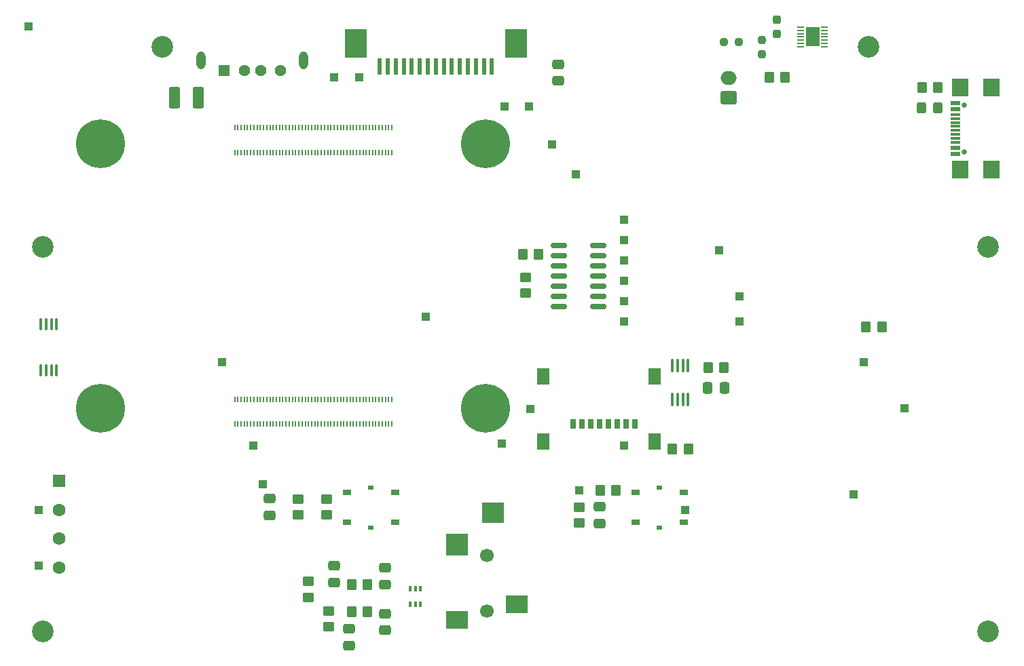
<source format=gbr>
%TF.GenerationSoftware,KiCad,Pcbnew,(6.0.0)*%
%TF.CreationDate,2022-05-01T16:32:44+01:00*%
%TF.ProjectId,CM4Carrier,434d3443-6172-4726-9965-722e6b696361,indev*%
%TF.SameCoordinates,Original*%
%TF.FileFunction,Soldermask,Bot*%
%TF.FilePolarity,Negative*%
%FSLAX46Y46*%
G04 Gerber Fmt 4.6, Leading zero omitted, Abs format (unit mm)*
G04 Created by KiCad (PCBNEW (6.0.0)) date 2022-05-01 16:32:44*
%MOMM*%
%LPD*%
G01*
G04 APERTURE LIST*
G04 Aperture macros list*
%AMRoundRect*
0 Rectangle with rounded corners*
0 $1 Rounding radius*
0 $2 $3 $4 $5 $6 $7 $8 $9 X,Y pos of 4 corners*
0 Add a 4 corners polygon primitive as box body*
4,1,4,$2,$3,$4,$5,$6,$7,$8,$9,$2,$3,0*
0 Add four circle primitives for the rounded corners*
1,1,$1+$1,$2,$3*
1,1,$1+$1,$4,$5*
1,1,$1+$1,$6,$7*
1,1,$1+$1,$8,$9*
0 Add four rect primitives between the rounded corners*
20,1,$1+$1,$2,$3,$4,$5,0*
20,1,$1+$1,$4,$5,$6,$7,0*
20,1,$1+$1,$6,$7,$8,$9,0*
20,1,$1+$1,$8,$9,$2,$3,0*%
G04 Aperture macros list end*
%ADD10C,2.700000*%
%ADD11R,1.000000X1.000000*%
%ADD12R,1.000000X0.700000*%
%ADD13R,0.700000X0.600000*%
%ADD14C,1.700000*%
%ADD15R,2.800000X2.200000*%
%ADD16R,2.800000X2.800000*%
%ADD17R,2.800000X2.600000*%
%ADD18RoundRect,0.250000X-0.350000X-0.450000X0.350000X-0.450000X0.350000X0.450000X-0.350000X0.450000X0*%
%ADD19R,0.400000X0.650000*%
%ADD20RoundRect,0.250000X-0.475000X0.337500X-0.475000X-0.337500X0.475000X-0.337500X0.475000X0.337500X0*%
%ADD21RoundRect,0.100000X-0.100000X0.712500X-0.100000X-0.712500X0.100000X-0.712500X0.100000X0.712500X0*%
%ADD22RoundRect,0.237500X0.250000X0.237500X-0.250000X0.237500X-0.250000X-0.237500X0.250000X-0.237500X0*%
%ADD23RoundRect,0.250000X0.475000X-0.337500X0.475000X0.337500X-0.475000X0.337500X-0.475000X-0.337500X0*%
%ADD24RoundRect,0.250000X-0.337500X-0.475000X0.337500X-0.475000X0.337500X0.475000X-0.337500X0.475000X0*%
%ADD25RoundRect,0.250000X0.350000X0.450000X-0.350000X0.450000X-0.350000X-0.450000X0.350000X-0.450000X0*%
%ADD26RoundRect,0.250001X0.462499X1.074999X-0.462499X1.074999X-0.462499X-1.074999X0.462499X-1.074999X0*%
%ADD27R,1.428000X1.428000*%
%ADD28C,1.428000*%
%ADD29O,1.108000X2.216000*%
%ADD30RoundRect,0.250000X-0.450000X0.350000X-0.450000X-0.350000X0.450000X-0.350000X0.450000X0.350000X0*%
%ADD31RoundRect,0.150000X-0.825000X-0.150000X0.825000X-0.150000X0.825000X0.150000X-0.825000X0.150000X0*%
%ADD32RoundRect,0.250000X0.450000X-0.350000X0.450000X0.350000X-0.450000X0.350000X-0.450000X-0.350000X0*%
%ADD33RoundRect,0.100000X0.100000X-0.637500X0.100000X0.637500X-0.100000X0.637500X-0.100000X-0.637500X0*%
%ADD34C,6.100000*%
%ADD35R,0.200000X0.700000*%
%ADD36R,0.610000X2.000000*%
%ADD37R,2.680000X3.600000*%
%ADD38RoundRect,0.250000X0.325000X0.450000X-0.325000X0.450000X-0.325000X-0.450000X0.325000X-0.450000X0*%
%ADD39RoundRect,0.250000X-0.550000X0.550000X-0.550000X-0.550000X0.550000X-0.550000X0.550000X0.550000X0*%
%ADD40C,1.600000*%
%ADD41RoundRect,0.250000X0.750000X-0.600000X0.750000X0.600000X-0.750000X0.600000X-0.750000X-0.600000X0*%
%ADD42O,2.000000X1.700000*%
%ADD43RoundRect,0.050000X0.337500X0.050000X-0.337500X0.050000X-0.337500X-0.050000X0.337500X-0.050000X0*%
%ADD44R,1.780000X2.350000*%
%ADD45C,0.650000*%
%ADD46R,1.150000X0.600000*%
%ADD47R,1.150000X0.300000*%
%ADD48R,2.000000X2.180000*%
%ADD49R,0.800000X1.200000*%
%ADD50R,1.500000X2.000000*%
%ADD51RoundRect,0.237500X0.237500X-0.250000X0.237500X0.250000X-0.237500X0.250000X-0.237500X-0.250000X0*%
%ADD52RoundRect,0.237500X0.237500X-0.300000X0.237500X0.300000X-0.237500X0.300000X-0.237500X-0.300000X0*%
G04 APERTURE END LIST*
D10*
%TO.C,REF\u002A\u002A*%
X200297000Y-136462000D03*
%TD*%
D11*
%TO.C,TP26*%
X145925000Y-75635000D03*
%TD*%
%TO.C,TP5*%
X166740000Y-88900000D03*
%TD*%
%TO.C,TP7*%
X143256000Y-108712000D03*
%TD*%
%TO.C,TP18*%
X154940000Y-113284000D03*
%TD*%
%TO.C,TP21*%
X81915000Y-128270000D03*
%TD*%
%TO.C,TP10*%
X162560000Y-121285000D03*
%TD*%
%TO.C,TP23*%
X189865000Y-108585000D03*
%TD*%
D10*
%TO.C,REF\u002A\u002A*%
X185400000Y-63470000D03*
%TD*%
D11*
%TO.C,TP20*%
X81915000Y-121285000D03*
%TD*%
%TO.C,TP9*%
X109855000Y-118110000D03*
%TD*%
%TO.C,TP2*%
X80645000Y-60960000D03*
%TD*%
D10*
%TO.C,REF\u002A\u002A*%
X97300000Y-63470000D03*
%TD*%
D11*
%TO.C,TP4*%
X169275000Y-94615000D03*
%TD*%
%TO.C,TP27*%
X140025000Y-70885000D03*
%TD*%
D10*
%TO.C,REF\u002A\u002A*%
X200297000Y-88464000D03*
%TD*%
D11*
%TO.C,TP1*%
X118745000Y-67310000D03*
%TD*%
%TO.C,TP19*%
X183515000Y-119380000D03*
%TD*%
%TO.C,TP3*%
X169275000Y-97790000D03*
%TD*%
D10*
%TO.C,REF\u002A\u002A*%
X82403000Y-136462000D03*
%TD*%
D11*
%TO.C,TP28*%
X148875000Y-79405000D03*
%TD*%
%TO.C,TP8*%
X130175000Y-97155000D03*
%TD*%
%TO.C,TP25*%
X143075000Y-70885000D03*
%TD*%
%TO.C,TP24*%
X121920000Y-67310000D03*
%TD*%
%TO.C,TP6*%
X104775000Y-102870000D03*
%TD*%
%TO.C,TP11*%
X139700000Y-113030000D03*
%TD*%
%TO.C,TP22*%
X184785000Y-102870000D03*
%TD*%
D10*
%TO.C,REF\u002A\u002A*%
X82403000Y-88464000D03*
%TD*%
D11*
%TO.C,TP14*%
X154940000Y-87630000D03*
%TD*%
D12*
%TO.C,SW14*%
X126349995Y-119119913D03*
X120349995Y-119119913D03*
X126349995Y-122819913D03*
X120349995Y-122819913D03*
D13*
X123349995Y-118469913D03*
X123349995Y-123469913D03*
%TD*%
D14*
%TO.C,J6*%
X137795000Y-133945000D03*
X137795000Y-126945000D03*
D15*
X141495000Y-133045000D03*
X134095000Y-135045000D03*
D16*
X134095000Y-125645000D03*
D17*
X138545000Y-121645000D03*
%TD*%
D11*
%TO.C,TP12*%
X154940000Y-95250000D03*
%TD*%
%TO.C,TP13*%
X154940000Y-97790000D03*
%TD*%
D18*
%TO.C,R2*%
X160925000Y-113665000D03*
X162925000Y-113665000D03*
%TD*%
D19*
%TO.C,D4*%
X129555000Y-133045000D03*
X128905000Y-133045000D03*
X128255000Y-133045000D03*
X128255000Y-131145000D03*
X128905000Y-131145000D03*
X129555000Y-131145000D03*
%TD*%
D20*
%TO.C,C34*%
X151892000Y-120882500D03*
X151892000Y-122957500D03*
%TD*%
D21*
%TO.C,U1*%
X160950000Y-103297500D03*
X161600000Y-103297500D03*
X162250000Y-103297500D03*
X162900000Y-103297500D03*
X162900000Y-107522500D03*
X162250000Y-107522500D03*
X161600000Y-107522500D03*
X160950000Y-107522500D03*
%TD*%
D22*
%TO.C,R10*%
X169187500Y-62865000D03*
X167362500Y-62865000D03*
%TD*%
D23*
%TO.C,C26*%
X146685000Y-67712500D03*
X146685000Y-65637500D03*
%TD*%
D20*
%TO.C,C29*%
X125095000Y-134217500D03*
X125095000Y-136292500D03*
%TD*%
D24*
%TO.C,C1*%
X165332500Y-106045000D03*
X167407500Y-106045000D03*
%TD*%
D25*
%TO.C,R46*%
X153908000Y-118872000D03*
X151908000Y-118872000D03*
%TD*%
%TO.C,R38*%
X194040000Y-68580000D03*
X192040000Y-68580000D03*
%TD*%
D26*
%TO.C,F1*%
X101817500Y-69850000D03*
X98842500Y-69850000D03*
%TD*%
D20*
%TO.C,C33*%
X110744000Y-119866500D03*
X110744000Y-121941500D03*
%TD*%
D18*
%TO.C,R3*%
X165370000Y-103505000D03*
X167370000Y-103505000D03*
%TD*%
D11*
%TO.C,TP15*%
X154940000Y-90170000D03*
%TD*%
D23*
%TO.C,C30*%
X125095000Y-130577500D03*
X125095000Y-128502500D03*
%TD*%
D27*
%TO.C,J3*%
X105085000Y-66392504D03*
D28*
X107585000Y-66392504D03*
X109585000Y-66392504D03*
X112085000Y-66392504D03*
D29*
X102185000Y-65192504D03*
X114985000Y-65192504D03*
%TD*%
D30*
%TO.C,R39*%
X118110000Y-133890000D03*
X118110000Y-135890000D03*
%TD*%
D31*
%TO.C,U5*%
X146750000Y-95885000D03*
X146750000Y-94615000D03*
X146750000Y-93345000D03*
X146750000Y-92075000D03*
X146750000Y-90805000D03*
X146750000Y-89535000D03*
X146750000Y-88265000D03*
X151700000Y-88265000D03*
X151700000Y-89535000D03*
X151700000Y-90805000D03*
X151700000Y-92075000D03*
X151700000Y-93345000D03*
X151700000Y-94615000D03*
X151700000Y-95885000D03*
%TD*%
D32*
%TO.C,R50*%
X149352000Y-122920000D03*
X149352000Y-120920000D03*
%TD*%
D33*
%TO.C,U6*%
X84160000Y-103827500D03*
X83510000Y-103827500D03*
X82860000Y-103827500D03*
X82210000Y-103827500D03*
X82210000Y-98102500D03*
X82860000Y-98102500D03*
X83510000Y-98102500D03*
X84160000Y-98102500D03*
%TD*%
D30*
%TO.C,R45*%
X117856000Y-119904000D03*
X117856000Y-121904000D03*
%TD*%
D11*
%TO.C,TP16*%
X154940000Y-92710000D03*
%TD*%
D34*
%TO.C,Module1*%
X89665000Y-75575000D03*
X137665000Y-108575000D03*
X137665000Y-75575000D03*
X89665000Y-108575000D03*
D35*
X106365000Y-73575000D03*
X106365000Y-76655000D03*
X106765000Y-73575000D03*
X106765000Y-76655000D03*
X107165000Y-73575000D03*
X107165000Y-76655000D03*
X107565000Y-73575000D03*
X107565000Y-76655000D03*
X107965000Y-73575000D03*
X107965000Y-76655000D03*
X108365000Y-73575000D03*
X108365000Y-76655000D03*
X108765000Y-73575000D03*
X108765000Y-76655000D03*
X109165000Y-73575000D03*
X109165000Y-76655000D03*
X109565000Y-73575000D03*
X109565000Y-76655000D03*
X109965000Y-73575000D03*
X109965000Y-76655000D03*
X110365000Y-73575000D03*
X110365000Y-76655000D03*
X110765000Y-73575000D03*
X110765000Y-76655000D03*
X111165000Y-73575000D03*
X111165000Y-76655000D03*
X111565000Y-73575000D03*
X111565000Y-76655000D03*
X111965000Y-73575000D03*
X111965000Y-76655000D03*
X112365000Y-73575000D03*
X112365000Y-76655000D03*
X112765000Y-73575000D03*
X112765000Y-76655000D03*
X113165000Y-73575000D03*
X113165000Y-76655000D03*
X113565000Y-73575000D03*
X113565000Y-76655000D03*
X113965000Y-73575000D03*
X113965000Y-76655000D03*
X114365000Y-73575000D03*
X114365000Y-76655000D03*
X114765000Y-73575000D03*
X114765000Y-76655000D03*
X115165000Y-73575000D03*
X115165000Y-76655000D03*
X115565000Y-73575000D03*
X115565000Y-76655000D03*
X115965000Y-73575000D03*
X115965000Y-76655000D03*
X116365000Y-73575000D03*
X116365000Y-76655000D03*
X116765000Y-73575000D03*
X116765000Y-76655000D03*
X117165000Y-73575000D03*
X117165000Y-76655000D03*
X117565000Y-73575000D03*
X117565000Y-76655000D03*
X117965000Y-73575000D03*
X117965000Y-76655000D03*
X118365000Y-73575000D03*
X118365000Y-76655000D03*
X118765000Y-73575000D03*
X118765000Y-76655000D03*
X119165000Y-73575000D03*
X119165000Y-76655000D03*
X119565000Y-73575000D03*
X119565000Y-76655000D03*
X119965000Y-73575000D03*
X119965000Y-76655000D03*
X120365000Y-73575000D03*
X120365000Y-76655000D03*
X120765000Y-73575000D03*
X120765000Y-76655000D03*
X121165000Y-73575000D03*
X121165000Y-76655000D03*
X121565000Y-73575000D03*
X121565000Y-76655000D03*
X121965000Y-73575000D03*
X121965000Y-76655000D03*
X122365000Y-73575000D03*
X122365000Y-76655000D03*
X122765000Y-73575000D03*
X122765000Y-76655000D03*
X123165000Y-73575000D03*
X123165000Y-76655000D03*
X123565000Y-73575000D03*
X123565000Y-76655000D03*
X123965000Y-73575000D03*
X123965000Y-76655000D03*
X124365000Y-73575000D03*
X124365000Y-76655000D03*
X124765000Y-73575000D03*
X124765000Y-76655000D03*
X125165000Y-73575000D03*
X125165000Y-76655000D03*
X125565000Y-73575000D03*
X125565000Y-76655000D03*
X125965000Y-73575000D03*
X125965000Y-76655000D03*
X106365000Y-107495000D03*
X106365000Y-110575000D03*
X106765000Y-107495000D03*
X106765000Y-110575000D03*
X107165000Y-107495000D03*
X107165000Y-110575000D03*
X107565000Y-107495000D03*
X107565000Y-110575000D03*
X107965000Y-107495000D03*
X107965000Y-110575000D03*
X108365000Y-107495000D03*
X108365000Y-110575000D03*
X108765000Y-107495000D03*
X108765000Y-110575000D03*
X109165000Y-107495000D03*
X109165000Y-110575000D03*
X109565000Y-107495000D03*
X109565000Y-110575000D03*
X109965000Y-107495000D03*
X109965000Y-110575000D03*
X110365000Y-107495000D03*
X110365000Y-110575000D03*
X110765000Y-107495000D03*
X110765000Y-110575000D03*
X111165000Y-107495000D03*
X111165000Y-110575000D03*
X111565000Y-107495000D03*
X111565000Y-110575000D03*
X111965000Y-107495000D03*
X111965000Y-110575000D03*
X112365000Y-107495000D03*
X112365000Y-110575000D03*
X112765000Y-107495000D03*
X112765000Y-110575000D03*
X113165000Y-107495000D03*
X113165000Y-110575000D03*
X113565000Y-107495000D03*
X113565000Y-110575000D03*
X113965000Y-107495000D03*
X113965000Y-110575000D03*
X114365000Y-107495000D03*
X114365000Y-110575000D03*
X114765000Y-107495000D03*
X114765000Y-110575000D03*
X115165000Y-107495000D03*
X115165000Y-110575000D03*
X115565000Y-107495000D03*
X115565000Y-110575000D03*
X115965000Y-107495000D03*
X115965000Y-110575000D03*
X116365000Y-107495000D03*
X116365000Y-110575000D03*
X116765000Y-107495000D03*
X116765000Y-110575000D03*
X117165000Y-107495000D03*
X117165000Y-110575000D03*
X117565000Y-107495000D03*
X117565000Y-110575000D03*
X117965000Y-107495000D03*
X117965000Y-110575000D03*
X118365000Y-107495000D03*
X118365000Y-110575000D03*
X118765000Y-107495000D03*
X118765000Y-110575000D03*
X119165000Y-107495000D03*
X119165000Y-110575000D03*
X119565000Y-107495000D03*
X119565000Y-110575000D03*
X119965000Y-107495000D03*
X119965000Y-110575000D03*
X120365000Y-107495000D03*
X120365000Y-110575000D03*
X120765000Y-107495000D03*
X120765000Y-110575000D03*
X121165000Y-107495000D03*
X121165000Y-110575000D03*
X121565000Y-107495000D03*
X121565000Y-110575000D03*
X121965000Y-107495000D03*
X121965000Y-110575000D03*
X122365000Y-107495000D03*
X122365000Y-110575000D03*
X122765000Y-107495000D03*
X122765000Y-110575000D03*
X123165000Y-107495000D03*
X123165000Y-110575000D03*
X123565000Y-107495000D03*
X123565000Y-110575000D03*
X123965000Y-107495000D03*
X123965000Y-110575000D03*
X124365000Y-107495000D03*
X124365000Y-110575000D03*
X124765000Y-107495000D03*
X124765000Y-110575000D03*
X125165000Y-107495000D03*
X125165000Y-110575000D03*
X125565000Y-107495000D03*
X125565000Y-110575000D03*
X125965000Y-107495000D03*
X125965000Y-110575000D03*
%TD*%
D36*
%TO.C,J5*%
X124445000Y-65880005D03*
X125445000Y-65880005D03*
X126445000Y-65880005D03*
X127445000Y-65880005D03*
X128445000Y-65880005D03*
X129445000Y-65880005D03*
X130445000Y-65880005D03*
X131445000Y-65880005D03*
X132445000Y-65880005D03*
X133445000Y-65880005D03*
X134445000Y-65880005D03*
X135445000Y-65880005D03*
X136445000Y-65880005D03*
X137445000Y-65880005D03*
X138445000Y-65880005D03*
D37*
X121455000Y-63080005D03*
X141435000Y-63080005D03*
%TD*%
D30*
%TO.C,R40*%
X115570000Y-130212500D03*
X115570000Y-132212500D03*
%TD*%
D11*
%TO.C,TP27*%
X108712000Y-113284000D03*
%TD*%
D25*
%TO.C,R42*%
X122920000Y-130577499D03*
X120920000Y-130577499D03*
%TD*%
D32*
%TO.C,R49*%
X114300000Y-121904000D03*
X114300000Y-119904000D03*
%TD*%
D11*
%TO.C,TP28*%
X149352000Y-118872000D03*
%TD*%
D38*
%TO.C,F2*%
X194065000Y-71120000D03*
X192015000Y-71120000D03*
%TD*%
D39*
%TO.C,J2*%
X84455000Y-117685000D03*
D40*
X84455000Y-121285000D03*
X84455000Y-124885000D03*
X84455000Y-128485000D03*
%TD*%
D18*
%TO.C,TH1*%
X185055000Y-98425000D03*
X187055000Y-98425000D03*
%TD*%
D20*
%TO.C,C27*%
X120649999Y-136122500D03*
X120649999Y-138197500D03*
%TD*%
D12*
%TO.C,SW15*%
X162349999Y-119119913D03*
X156349999Y-119119913D03*
X162349999Y-122819913D03*
X156349999Y-122819913D03*
D13*
X159349999Y-118469913D03*
X159349999Y-123469913D03*
%TD*%
D41*
%TO.C,BT1*%
X167915000Y-69830000D03*
D42*
X167915000Y-67330000D03*
%TD*%
D43*
%TO.C,U3*%
X179922500Y-61030000D03*
X179922500Y-61430000D03*
X179922500Y-61830000D03*
X179922500Y-62230000D03*
X179922500Y-62630000D03*
X179922500Y-63030000D03*
X179922500Y-63430000D03*
X176947500Y-63430000D03*
X176947500Y-63030000D03*
X176947500Y-62630000D03*
X176947500Y-62230000D03*
X176947500Y-61830000D03*
X176947500Y-61430000D03*
X176947500Y-61030000D03*
D44*
X178435000Y-62230000D03*
%TD*%
D45*
%TO.C,J4*%
X197327500Y-76550000D03*
X197327500Y-70770000D03*
D46*
X196252500Y-70460000D03*
X196252500Y-71260000D03*
D47*
X196252500Y-72410000D03*
X196252500Y-73410000D03*
X196252500Y-73910000D03*
X196252500Y-74910000D03*
D46*
X196252500Y-76860000D03*
X196252500Y-76060000D03*
D47*
X196252500Y-75410000D03*
X196252500Y-74410000D03*
X196252500Y-72910000D03*
X196252500Y-71910000D03*
D48*
X196827500Y-68550000D03*
X196827500Y-78770000D03*
X200757500Y-68550000D03*
X200757500Y-78770000D03*
%TD*%
D25*
%TO.C,R41*%
X122920000Y-133984999D03*
X120920000Y-133984999D03*
%TD*%
D23*
%TO.C,C28*%
X118745000Y-130344999D03*
X118745000Y-128269999D03*
%TD*%
D18*
%TO.C,R8*%
X172990000Y-67310000D03*
X174990000Y-67310000D03*
%TD*%
D49*
%TO.C,J1*%
X148540000Y-110575000D03*
X149640000Y-110575000D03*
X150740000Y-110575000D03*
X151840000Y-110575000D03*
X152940000Y-110575000D03*
X154040000Y-110575000D03*
X155140000Y-110575000D03*
X156240000Y-110575000D03*
D50*
X158710000Y-112775000D03*
X158710000Y-104575000D03*
X144820000Y-104575000D03*
X144820000Y-112775000D03*
%TD*%
D51*
%TO.C,R9*%
X172085000Y-64412500D03*
X172085000Y-62587500D03*
%TD*%
D52*
%TO.C,C10*%
X173990000Y-61822500D03*
X173990000Y-60097500D03*
%TD*%
D11*
%TO.C,TP17*%
X154940000Y-85090000D03*
%TD*%
D25*
%TO.C,R27*%
X144256000Y-89408000D03*
X142256000Y-89408000D03*
%TD*%
D30*
%TO.C,R29*%
X142621000Y-92218000D03*
X142621000Y-94218000D03*
%TD*%
M02*

</source>
